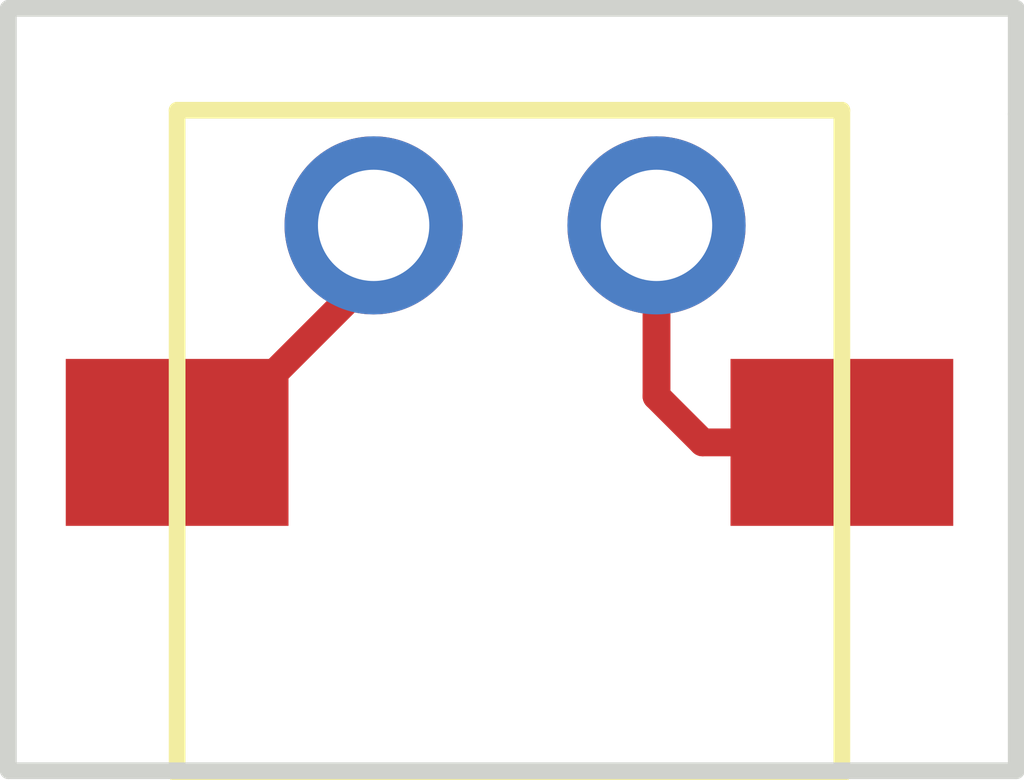
<source format=kicad_pcb>
(kicad_pcb (version 20171130) (host pcbnew 5.0.1+dfsg1-2~bpo9+1)

  (general
    (thickness 1.6)
    (drawings 5)
    (tracks 6)
    (zones 0)
    (modules 2)
    (nets 3)
  )

  (page A4)
  (layers
    (0 F.Cu signal)
    (31 B.Cu signal)
    (32 B.Adhes user)
    (33 F.Adhes user)
    (34 B.Paste user)
    (35 F.Paste user)
    (36 B.SilkS user)
    (37 F.SilkS user)
    (38 B.Mask user)
    (39 F.Mask user)
    (40 Dwgs.User user)
    (41 Cmts.User user)
    (42 Eco1.User user)
    (43 Eco2.User user)
    (44 Edge.Cuts user)
    (45 Margin user)
    (46 B.CrtYd user)
    (47 F.CrtYd user)
    (48 B.Fab user)
    (49 F.Fab user)
  )

  (setup
    (last_trace_width 0.25)
    (trace_clearance 0.2)
    (zone_clearance 0.508)
    (zone_45_only no)
    (trace_min 0.2)
    (segment_width 0.2)
    (edge_width 0.15)
    (via_size 0.8)
    (via_drill 0.4)
    (via_min_size 0.4)
    (via_min_drill 0.3)
    (uvia_size 0.3)
    (uvia_drill 0.1)
    (uvias_allowed no)
    (uvia_min_size 0.2)
    (uvia_min_drill 0.1)
    (pcb_text_width 0.3)
    (pcb_text_size 1.5 1.5)
    (mod_edge_width 0.15)
    (mod_text_size 1 1)
    (mod_text_width 0.15)
    (pad_size 1.6 1.6)
    (pad_drill 1)
    (pad_to_mask_clearance 0.051)
    (solder_mask_min_width 0.25)
    (aux_axis_origin 0 0)
    (visible_elements FFFFFF7F)
    (pcbplotparams
      (layerselection 0x010f0_ffffffff)
      (usegerberextensions false)
      (usegerberattributes false)
      (usegerberadvancedattributes false)
      (creategerberjobfile false)
      (excludeedgelayer true)
      (linewidth 0.100000)
      (plotframeref false)
      (viasonmask false)
      (mode 1)
      (useauxorigin false)
      (hpglpennumber 1)
      (hpglpenspeed 20)
      (hpglpendiameter 15.000000)
      (psnegative false)
      (psa4output false)
      (plotreference true)
      (plotvalue true)
      (plotinvisibletext false)
      (padsonsilk false)
      (subtractmaskfromsilk false)
      (outputformat 1)
      (mirror false)
      (drillshape 0)
      (scaleselection 1)
      (outputdirectory "gerbers/"))
  )

  (net 0 "")
  (net 1 "Net-(SW1-Pad1)")
  (net 2 "Net-(SW1-Pad2)")

  (net_class Default "This is the default net class."
    (clearance 0.2)
    (trace_width 0.25)
    (via_dia 0.8)
    (via_drill 0.4)
    (uvia_dia 0.3)
    (uvia_drill 0.1)
    (add_net "Net-(SW1-Pad1)")
    (add_net "Net-(SW1-Pad2)")
  )

  (module buttons_custom:smd_soft_custom (layer F.Cu) (tedit 5C0D4AFB) (tstamp 5C197F22)
    (at 139 72.9)
    (path /5C0D4547)
    (fp_text reference SW1 (at 0 6.0325) (layer F.SilkS) hide
      (effects (font (size 1 1) (thickness 0.15)))
    )
    (fp_text value SW_Push (at 0 -4.826) (layer F.Fab) hide
      (effects (font (size 1 1) (thickness 0.15)))
    )
    (fp_line (start -2.9845 -2.9845) (end 2.9845 -2.9845) (layer F.SilkS) (width 0.15))
    (fp_line (start 2.9845 -2.9845) (end 2.9845 2.9845) (layer F.SilkS) (width 0.15))
    (fp_line (start 2.9845 2.9845) (end -2.9845 2.9845) (layer F.SilkS) (width 0.15))
    (fp_line (start -2.9845 2.9845) (end -2.9845 -2.9845) (layer F.SilkS) (width 0.15))
    (pad 1 smd rect (at 2.9845 0 90) (size 1.5 2) (layers F.Cu F.Paste F.Mask)
      (net 1 "Net-(SW1-Pad1)"))
    (pad 2 smd rect (at -2.9845 0 90) (size 1.5 2) (layers F.Cu F.Paste F.Mask)
      (net 2 "Net-(SW1-Pad2)"))
  )

  (module buttons_custom:right_angle_2_pin (layer F.Cu) (tedit 5C0D4B03) (tstamp 5C251E87)
    (at 139.05 70.95)
    (path /5C0D46E6)
    (fp_text reference U1 (at 0 2.032) (layer F.SilkS) hide
      (effects (font (size 1 1) (thickness 0.15)))
    )
    (fp_text value 2_pin_right_angle (at 0 -2.286) (layer F.Fab) hide
      (effects (font (size 1 1) (thickness 0.15)))
    )
    (pad 1 thru_hole circle (at -1.27 0) (size 1.6 1.6) (drill 1) (layers *.Cu *.Mask)
      (net 2 "Net-(SW1-Pad2)"))
    (pad 2 thru_hole circle (at 1.27 0) (size 1.6 1.6) (drill 1) (layers *.Cu *.Mask)
      (net 1 "Net-(SW1-Pad1)"))
  )

  (gr_line (start 143.55 69) (end 143.55 69.95) (layer Edge.Cuts) (width 0.15))
  (gr_line (start 134.5 69) (end 143.55 69) (layer Edge.Cuts) (width 0.15))
  (gr_line (start 134.5 75.85) (end 134.5 69) (layer Edge.Cuts) (width 0.15))
  (gr_line (start 143.55 75.85) (end 134.5 75.85) (layer Edge.Cuts) (width 0.15))
  (gr_line (start 143.55 69.95) (end 143.55 75.85) (layer Edge.Cuts) (width 0.15))

  (segment (start 140.7345 72.9) (end 141.9845 72.9) (width 0.25) (layer F.Cu) (net 1))
  (segment (start 140.32 72.4855) (end 140.7345 72.9) (width 0.25) (layer F.Cu) (net 1))
  (segment (start 140.32 70.95) (end 140.32 72.4855) (width 0.25) (layer F.Cu) (net 1))
  (segment (start 137.78 71.3855) (end 137.78 70.95) (width 0.25) (layer F.Cu) (net 2))
  (segment (start 136.2655 72.9) (end 137.78 71.3855) (width 0.25) (layer F.Cu) (net 2))
  (segment (start 136.0155 72.9) (end 136.2655 72.9) (width 0.25) (layer F.Cu) (net 2))

)

</source>
